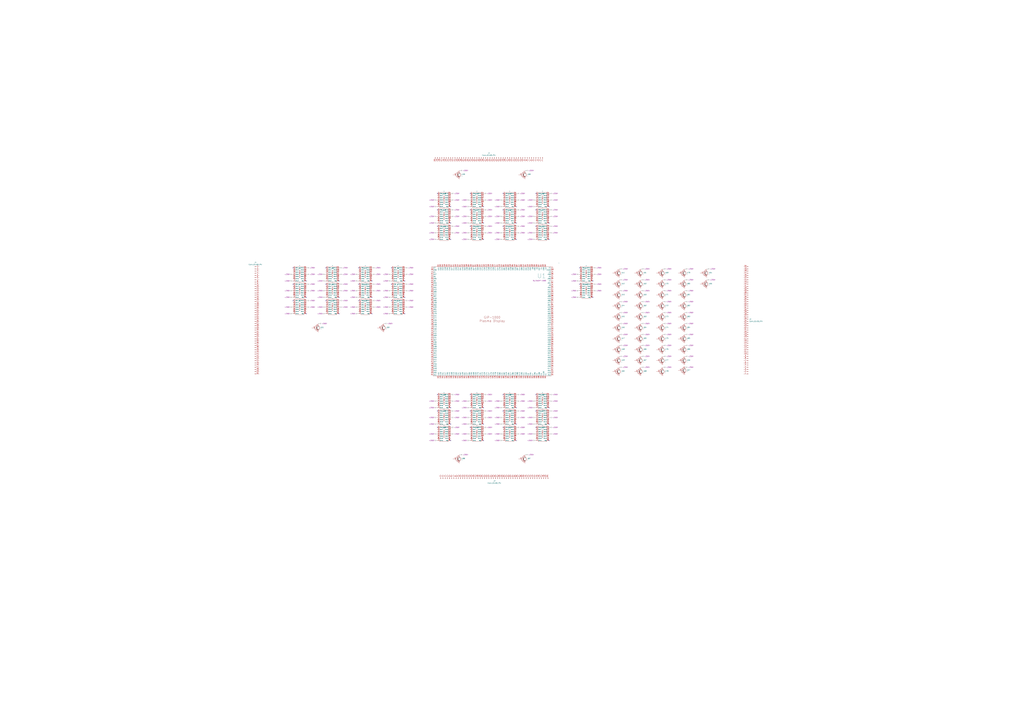
<source format=kicad_sch>
(kicad_sch (version 20231120) (generator "eeschema") (generator_version "8.0")
  (paper "A0")
  (title_block (title "MC6205-1") (company "Astrolate"))
  (no_connect (at 637.54 473.71))
  (no_connect (at 378.46 330.2))
  (no_connect (at 355.6 345.44))
  (no_connect (at 508 224.79))
  (no_connect (at 431.8 326.39))
  (no_connect (at 340.36 349.25))
  (no_connect (at 688.34 326.39))
  (no_connect (at 561.34 492.76))
  (no_connect (at 599.44 473.71))
  (no_connect (at 340.36 330.2))
  (no_connect (at 469.9 345.44))
  (no_connect (at 416.56 311.15))
  (no_connect (at 454.66 349.25))
  (no_connect (at 622.3 262.89))
  (no_connect (at 469.9 326.39))
  (no_connect (at 416.56 349.25))
  (no_connect (at 622.3 496.57))
  (no_connect (at 673.1 311.15))
  (no_connect (at 599.44 278.13))
  (no_connect (at 599.44 240.03))
  (no_connect (at 508 458.47))
  (no_connect (at 584.2 224.79))
  (no_connect (at 546.1 496.57))
  (no_connect (at 508 262.89))
  (no_connect (at 673.1 330.2))
  (no_connect (at 546.1 458.47))
  (no_connect (at 622.3 477.52))
  (no_connect (at 561.34 473.71))
  (no_connect (at 508 477.52))
  (no_connect (at 561.34 240.03))
  (no_connect (at 523.24 511.81))
  (no_connect (at 523.24 240.03))
  (no_connect (at 523.24 492.76))
  (no_connect (at 584.2 262.89))
  (no_connect (at 546.1 224.79))
  (no_connect (at 546.1 477.52))
  (no_connect (at 523.24 259.08))
  (no_connect (at 340.36 311.15))
  (no_connect (at 561.34 511.81))
  (no_connect (at 355.6 364.49))
  (no_connect (at 584.2 477.52))
  (no_connect (at 546.1 243.84))
  (no_connect (at 599.44 259.08))
  (no_connect (at 584.2 458.47))
  (no_connect (at 637.54 278.13))
  (no_connect (at 599.44 511.81))
  (no_connect (at 454.66 330.2))
  (no_connect (at 454.66 311.15))
  (no_connect (at 523.24 278.13))
  (no_connect (at 584.2 496.57))
  (no_connect (at 393.7 345.44))
  (no_connect (at 688.34 345.44))
  (no_connect (at 508 496.57))
  (no_connect (at 431.8 345.44))
  (no_connect (at 508 243.84))
  (no_connect (at 378.46 349.25))
  (no_connect (at 622.3 224.79))
  (no_connect (at 622.3 243.84))
  (no_connect (at 584.2 243.84))
  (no_connect (at 523.24 473.71))
  (no_connect (at 393.7 326.39))
  (no_connect (at 561.34 278.13))
  (no_connect (at 378.46 311.15))
  (no_connect (at 561.34 259.08))
  (no_connect (at 546.1 262.89))
  (no_connect (at 355.6 326.39))
  (no_connect (at 469.9 364.49))
  (no_connect (at 637.54 259.08))
  (no_connect (at 599.44 492.76))
  (no_connect (at 416.56 330.2))
  (no_connect (at 431.8 364.49))
  (no_connect (at 637.54 492.76))
  (no_connect (at 393.7 364.49))
  (no_connect (at 637.54 240.03))
  (no_connect (at 622.3 458.47))
  (no_connect (at 637.54 511.81))
  (netclass_flag "" (length 2.54) (shape round) (at 416.56 326.39 90) (property "Netclass" "+250V" (at 406.4 326.39 0) (effects (font (italic yes)) (justify left))))
  (netclass_flag "" (length 2.54) (shape round) (at 561.34 270.51 270) (property "Netclass" "+250V" (at 571.5 270.51 0) (effects (font (italic yes)) (justify right))))
  (netclass_flag "" (length 2.54) (shape round) (at 637.54 270.51 270) (property "Netclass" "+250V" (at 647.7 270.51 0) (effects (font (italic yes)) (justify right))))
  (netclass_flag "" (length 2.54) (shape round) (at 637.54 477.52 270) (property "Netclass" "+250V" (at 647.7 477.52 0) (effects (font (italic yes)) (justify right))))
  (netclass_flag "" (length 2.54) (shape round) (at 584.2 251.46 90) (property "Netclass" "+250V" (at 574.04 251.46 0) (effects (font (italic yes)) (justify left))))
  (netclass_flag "" (length 2.54) (shape round) (at 508 492.76 90) (property "Netclass" "+250V" (at 497.84 492.76 0) (effects (font (italic yes)) (justify left))))
  (netclass_flag "" (length 2.54) (shape round) (at 393.7 337.82 270) (property "Netclass" "+250V" (at 403.86 337.82 0) (effects (font (italic yes)) (justify right))))
  (netclass_flag "" (length 2.54) (shape round) (at 469.9 330.2 270) (property "Netclass" "+250V" (at 480.06 330.2 0) (effects (font (italic yes)) (justify right))))
  (netclass_flag "" (length 2.54) (shape round) (at 533.4 198.12 270) (property "Netclass" "+250V" (at 543.56 198.12 0) (effects (font (italic yes)) (justify right))))
  (netclass_flag "" (length 2.54) (shape round) (at 584.2 485.14 90) (property "Netclass" "+250V" (at 574.04 485.14 0) (effects (font (italic yes)) (justify left))))
  (netclass_flag "" (length 2.54) (shape round) (at 718.82 375.92 270) (property "Netclass" "+250V" (at 728.98 375.92 0) (effects (font (italic yes)) (justify right))))
  (netclass_flag "" (length 2.54) (shape round) (at 622.3 240.03 90) (property "Netclass" "+250V" (at 612.14 240.03 0) (effects (font (italic yes)) (justify left))))
  (netclass_flag "" (length 2.54) (shape round) (at 622.3 232.41 90) (property "Netclass" "+250V" (at 612.14 232.41 0) (effects (font (italic yes)) (justify left))))
  (netclass_flag "" (length 2.54) (shape round) (at 584.2 278.13 90) (property "Netclass" "+250V" (at 574.04 278.13 0) (effects (font (italic yes)) (justify left))))
  (netclass_flag "" (length 2.54) (shape round) (at 431.8 318.77 270) (property "Netclass" "+250V" (at 441.96 318.77 0) (effects (font (italic yes)) (justify right))))
  (netclass_flag "" (length 2.54) (shape round) (at 523.24 496.57 270) (property "Netclass" "+250V" (at 533.4 496.57 0) (effects (font (italic yes)) (justify right))))
  (netclass_flag "" (length 2.54) (shape round) (at 744.22 350.52 270) (property "Netclass" "+250V" (at 754.38 350.52 0) (effects (font (italic yes)) (justify right))))
  (netclass_flag "" (length 2.54) (shape round) (at 718.82 325.12 270) (property "Netclass" "+250V" (at 728.98 325.12 0) (effects (font (italic yes)) (justify right))))
  (netclass_flag "" (length 2.54) (shape round) (at 795.02 325.12 270) (property "Netclass" "+250V" (at 805.18 325.12 0) (effects (font (italic yes)) (justify right))))
  (netclass_flag "" (length 2.54) (shape round) (at 584.2 473.71 90) (property "Netclass" "+250V" (at 574.04 473.71 0) (effects (font (italic yes)) (justify left))))
  (netclass_flag "" (length 2.54) (shape round) (at 622.3 504.19 90) (property "Netclass" "+250V" (at 612.14 504.19 0) (effects (font (italic yes)) (justify left))))
  (netclass_flag "" (length 2.54) (shape round) (at 508 504.19 90) (property "Netclass" "+250V" (at 497.84 504.19 0) (effects (font (italic yes)) (justify left))))
  (netclass_flag "" (length 2.54) (shape round) (at 622.3 466.09 90) (property "Netclass" "+250V" (at 612.14 466.09 0) (effects (font (italic yes)) (justify left))))
  (netclass_flag "" (length 2.54) (shape round) (at 622.3 270.51 90) (property "Netclass" "+250V" (at 612.14 270.51 0) (effects (font (italic yes)) (justify left))))
  (netclass_flag "" (length 2.54) (shape round) (at 637.54 243.84 270) (property "Netclass" "+250V" (at 647.7 243.84 0) (effects (font (italic yes)) (justify right))))
  (netclass_flag "" (length 2.54) (shape round) (at 393.7 311.15 270) (property "Netclass" "+250V" (at 403.86 311.15 0) (effects (font (italic yes)) (justify right))))
  (netclass_flag "" (length 2.54) (shape round) (at 416.56 364.49 90) (property "Netclass" "+250V" (at 406.4 364.49 0) (effects (font (italic yes)) (justify left))))
  (netclass_flag "" (length 2.54) (shape round) (at 795.02 414.02 270) (property "Netclass" "+250V" (at 805.18 414.02 0) (effects (font (italic yes)) (justify right))))
  (netclass_flag "" (length 2.54) (shape round) (at 508 251.46 90) (property "Netclass" "+250V" (at 497.84 251.46 0) (effects (font (italic yes)) (justify left))))
  (netclass_flag "" (length 2.54) (shape round) (at 744.22 312.42 270) (property "Netclass" "+250V" (at 754.38 312.42 0) (effects (font (italic yes)) (justify right))))
  (netclass_flag "" (length 2.54) (shape round) (at 355.6 349.25 270) (property "Netclass" "+250V" (at 365.76 349.25 0) (effects (font (italic yes)) (justify right))))
  (netclass_flag "" (length 2.54) (shape round) (at 718.82 388.62 270) (property "Netclass" "+250V" (at 728.98 388.62 0) (effects (font (italic yes)) (justify right))))
  (netclass_flag "" (length 2.54) (shape round) (at 769.62 325.12 270) (property "Netclass" "+250V" (at 779.78 325.12 0) (effects (font (italic yes)) (justify right))))
  (netclass_flag "" (length 2.54) (shape round) (at 622.3 473.71 90) (property "Netclass" "+250V" (at 612.14 473.71 0) (effects (font (italic yes)) (justify left))))
  (netclass_flag "" (length 2.54) (shape round) (at 561.34 224.79 270) (property "Netclass" "+250V" (at 571.5 224.79 0) (effects (font (italic yes)) (justify right))))
  (netclass_flag "" (length 2.54) (shape round) (at 769.62 401.32 270) (property "Netclass" "+250V" (at 779.78 401.32 0) (effects (font (italic yes)) (justify right))))
  (netclass_flag "" (length 2.54) (shape round) (at 584.2 511.81 90) (property "Netclass" "+250V" (at 574.04 511.81 0) (effects (font (italic yes)) (justify left))))
  (netclass_flag "" (length 2.54) (shape round) (at 416.56 318.77 90) (property "Netclass" "+250V" (at 406.4 318.77 0) (effects (font (italic yes)) (justify left))))
  (netclass_flag "" (length 2.54) (shape round) (at 622.3 492.76 90) (property "Netclass" "+250V" (at 612.14 492.76 0) (effects (font (italic yes)) (justify left))))
  (netclass_flag "" (length 2.54) (shape round) (at 599.44 243.84 270) (property "Netclass" "+250V" (at 609.6 243.84 0) (effects (font (italic yes)) (justify right))))
  (netclass_flag "" (length 2.54) (shape round) (at 673.1 318.77 90) (property "Netclass" "+250V" (at 662.94 318.77 0) (effects (font (italic yes)) (justify left))))
  (netclass_flag "" (length 2.54) (shape round) (at 744.22 388.62 270) (property "Netclass" "+250V" (at 754.38 388.62 0) (effects (font (italic yes)) (justify right))))
  (netclass_flag "" (length 2.54) (shape round) (at 369.57 375.92 270) (property "Netclass" "+250V" (at 379.73 375.92 0) (effects (font (italic yes)) (justify right))))
  (netclass_flag "" (length 2.54) (shape round) (at 561.34 458.47 270) (property "Netclass" "+250V" (at 571.5 458.47 0) (effects (font (italic yes)) (justify right))))
  (netclass_flag "" (length 2.54) (shape round) (at 718.82 414.02 270) (property "Netclass" "+250V" (at 728.98 414.02 0) (effects (font (italic yes)) (justify right))))
  (netclass_flag "" (length 2.54) (shape round) (at 393.7 349.25 270) (property "Netclass" "+250V" (at 403.86 349.25 0) (effects (font (italic yes)) (justify right))))
  (netclass_flag "" (length 2.54) (shape round) (at 416.56 337.82 90) (property "Netclass" "+250V" (at 406.4 337.82 0) (effects (font (italic yes)) (justify left))))
  (netclass_flag "" (length 2.54) (shape round) (at 340.36 345.44 90) (property "Netclass" "+250V" (at 330.2 345.44 0) (effects (font (italic yes)) (justify left))))
  (netclass_flag "" (length 2.54) (shape round) (at 508 232.41 90) (property "Netclass" "+250V" (at 497.84 232.41 0) (effects (font (italic yes)) (justify left))))
  (netclass_flag "" (length 2.54) (shape round) (at 546.1 232.41 90) (property "Netclass" "+250V" (at 535.94 232.41 0) (effects (font (italic yes)) (justify left))))
  (netclass_flag "" (length 2.54) (shape round) (at 393.7 356.87 270) (property "Netclass" "+250V" (at 403.86 356.87 0) (effects (font (italic yes)) (justify right))))
  (netclass_flag "" (length 2.54) (shape round) (at 622.3 251.46 90) (property "Netclass" "+250V" (at 612.14 251.46 0) (effects (font (italic yes)) (justify left))))
  (netclass_flag "" (length 2.54) (shape round) (at 584.2 492.76 90) (property "Netclass" "+250V" (at 574.04 492.76 0) (effects (font (italic yes)) (justify left))))
  (netclass_flag "" (length 2.54) (shape round) (at 820.42 312.42 270) (property "Netclass" "+250V" (at 830.58 312.42 0) (effects (font (italic yes)) (justify right))))
  (netclass_flag "" (length 2.54) (shape round) (at 622.3 278.13 90) (property "Netclass" "+250V" (at 612.14 278.13 0) (effects (font (italic yes)) (justify left))))
  (netclass_flag "" (length 2.54) (shape round) (at 795.02 312.42 270) (property "Netclass" "+250V" (at 805.18 312.42 0) (effects (font (italic yes)) (justify right))))
  (netclass_flag "" (length 2.54) (shape round) (at 523.24 466.09 270) (property "Netclass" "+250V" (at 533.4 466.09 0) (effects (font (italic yes)) (justify right))))
  (netclass_flag "" (length 2.54) (shape round) (at 718.82 363.22 270) (property "Netclass" "+250V" (at 728.98 363.22 0) (effects (font (italic yes)) (justify right))))
  (netclass_flag "" (length 2.54) (shape round) (at 508 270.51 90) (property "Netclass" "+250V" (at 497.84 270.51 0) (effects (font (italic yes)) (justify left))))
  (netclass_flag "" (length 2.54) (shape round) (at 744.22 337.82 270) (property "Netclass" "+250V" (at 754.38 337.82 0) (effects (font (italic yes)) (justify right))))
  (netclass_flag "" (length 2.54) (shape round) (at 523.24 485.14 270) (property "Netclass" "+250V" (at 533.4 485.14 0) (effects (font (italic yes)) (justify right))))
  (netclass_flag "" (length 2.54) (shape round) (at 584.2 270.51 90) (property "Netclass" "+250V" (at 574.04 270.51 0) (effects (font (italic yes)) (justify left))))
  (netclass_flag "" (length 2.54) (shape round) (at 637.54 224.79 270) (property "Netclass" "+250V" (at 647.7 224.79 0) (effects (font (italic yes)) (justify right))))
  (netclass_flag "" (length 2.54) (shape round) (at 454.66 337.82 90) (property "Netclass" "+250V" (at 444.5 337.82 0) (effects (font (italic yes)) (justify left))))
  (netclass_flag "" (length 2.54) (shape round) (at 378.46 337.82 90) (property "Netclass" "+250V" (at 368.3 337.82 0) (effects (font (italic yes)) (justify left))))
  (netclass_flag "" (length 2.54) (shape round) (at 508 511.81 90) (property "Netclass" "+250V" (at 497.84 511.81 0) (effects (font (italic yes)) (justify left))))
  (netclass_flag "" (length 2.54) (shape round) (at 355.6 356.87 270) (property "Netclass" "+250V" (at 365.76 356.87 0) (effects (font (italic yes)) (justify right))))
  (netclass_flag "" (length 2.54) (shape round) (at 744.22 426.72 270) (property "Netclass" "+250V" (at 754.38 426.72 0) (effects (font (italic yes)) (justify right))))
  (netclass_flag "" (length 2.54) (shape round) (at 546.1 466.09 90) (property "Netclass" "+250V" (at 535.94 466.09 0) (effects (font (italic yes)) (justify left))))
  (netclass_flag "" (length 2.54) (shape round) (at 469.9 311.15 270) (property "Netclass" "+250V" (at 480.06 311.15 0) (effects (font (italic yes)) (justify right))))
  (netclass_flag "" (length 2.54) (shape round) (at 378.46 364.49 90) (property "Netclass" "+250V" (at 368.3 364.49 0) (effects (font (italic yes)) (justify left))))
  (netclass_flag "" (length 2.54) (shape round) (at 454.66 364.49 90) (property "Netclass" "+250V" (at 444.5 364.49 0) (effects (font (italic yes)) (justify left))))
  (netclass_flag "" (length 2.54) (shape round) (at 718.82 401.32 270) (property "Netclass" "+250V" (at 728.98 401.32 0) (effects (font (italic yes)) (justify right))))
  (netclass_flag "" (length 2.54) (shape round) (at 622.3 511.81 90) (property "Netclass" "+250V" (at 612.14 511.81 0) (effects (font (italic yes)) (justify left))))
  (netclass_flag "" (length 2.54) (shape round) (at 795.02 375.92 270) (property "Netclass" "+250V" (at 805.18 375.92 0) (effects (font (italic yes)) (justify right))))
  (netclass_flag "" (length 2.54) (shape round) (at 744.22 363.22 270) (property "Netclass" "+250V" (at 754.38 363.22 0) (effects (font (italic yes)) (justify right))))
  (netclass_flag "" (length 2.54) (shape round) (at 718.82 350.52 270) (property "Netclass" "+250V" (at 728.98 350.52 0) (effects (font (italic yes)) (justify right))))
  (netclass_flag "" (length 2.54) (shape round) (at 599.44 251.46 270) (property "Netclass" "+250V" (at 609.6 251.46 0) (effects (font (italic yes)) (justify right))))
  (netclass_flag "" (length 2.54) (shape round) (at 533.4 528.32 270) (property "Netclass" "+250V" (at 543.56 528.32 0) (effects (font (italic yes)) (justify right))))
  (netclass_flag "" (length 2.54) (shape round) (at 599.44 232.41 270) (property "Netclass" "+250V" (at 609.6 232.41 0) (effects (font (italic yes)) (justify right))))
  (netclass_flag "" (length 2.54) (shape round) (at 769.62 375.92 270) (property "Netclass" "+250V" (at 779.78 375.92 0) (effects (font (italic yes)) (justify right))))
  (netclass_flag "" (length 2.54) (shape round) (at 355.6 337.82 270) (property "Netclass" "+250V" (at 365.76 337.82 0) (effects (font (italic yes)) (justify right))))
  (netclass_flag "" (length 2.54) (shape round) (at 599.44 270.51 270) (property "Netclass" "+250V" (at 609.6 270.51 0) (effects (font (italic yes)) (justify right))))
  (netclass_flag "" (length 2.54) (shape round) (at 378.46 356.87 90) (property "Netclass" "+250V" (at 368.3 356.87 0) (effects (font (italic yes)) (justify left))))
  (netclass_flag "" (length 2.54) (shape round) (at 769.62 363.22 270) (property "Netclass" "+250V" (at 779.78 363.22 0) (effects (font (italic yes)) (justify right))))
  (netclass_flag "" (length 2.54) (shape round) (at 637.54 496.57 270) (property "Netclass" "+250V" (at 647.7 496.57 0) (effects (font (italic yes)) (justify right))))
  (netclass_flag "" (length 2.54) (shape round) (at 469.9 318.77 270) (property "Netclass" "+250V" (at 480.06 318.77 0) (effects (font (italic yes)) (justify right))))
  (netclass_flag "" (length 2.54) (shape round) (at 637.54 232.41 270) (property "Netclass" "+250V" (at 647.7 232.41 0) (effects (font (italic yes)) (justify right))))
  (netclass_flag "" (length 2.54) (shape round) (at 637.54 458.47 270) (property "Netclass" "+250V" (at 647.7 458.47 0) (effects (font (italic yes)) (justify right))))
  (netclass_flag "" (length 2.54) (shape round) (at 523.24 224.79 270) (property "Netclass" "+250V" (at 533.4 224.79 0) (effects (font (italic yes)) (justify right))))
  (netclass_flag "" (length 2.54) (shape round) (at 673.1 337.82 90) (property "Netclass" "+250V" (at 662.94 337.82 0) (effects (font (italic yes)) (justify left))))
  (netclass_flag "" (length 2.54) (shape round) (at 523.24 243.84 270) (property "Netclass" "+250V" (at 533.4 243.84 0) (effects (font (italic yes)) (justify right))))
  (netclass_flag "" (length 2.54) (shape round) (at 673.1 345.44 90) (property "Netclass" "+250V" (at 662.94 345.44 0) (effects (font (italic yes)) (justify left))))
  (netclass_flag "" (length 2.54) (shape round) (at 561.34 477.52 270) (property "Netclass" "+250V" (at 571.5 477.52 0) (effects (font (italic yes)) (justify right))))
  (netclass_flag "" (length 2.54) (shape round) (at 820.42 325.12 270) (property "Netclass" "+250V" (at 830.58 325.12 0) (effects (font (italic yes)) (justify right))))
  (netclass_flag "" (length 2.54) (shape round) (at 523.24 477.52 270) (property "Netclass" "+250V" (at 533.4 477.52 0) (effects (font (italic yes)) (justify right))))
  (netclass_flag "" (length 2.54) (shape round) (at 546.1 473.71 90) (property "Netclass" "+250V" (at 535.94 473.71 0) (effects (font (italic yes)) (justify left))))
  (netclass_flag "" (length 2.54) (shape round) (at 769.62 312.42 270) (property "Netclass" "+250V" (at 779.78 312.42 0) (effects (font (italic yes)) (justify right))))
  (netclass_flag "" (length 2.54) (shape round) (at 795.02 388.62 270) (property "Netclass" "+250V" (at 805.18 388.62 0) (effects (font (italic yes)) (justify right))))
  (netclass_flag "" (length 2.54) (shape round) (at 546.1 251.46 90) (property "Netclass" "+250V" (at 535.94 251.46 0) (effects (font (italic yes)) (justify left))))
  (netclass_flag "" (length 2.54) (shape round) (at 584.2 240.03 90) (property "Netclass" "+250V" (at 574.04 240.03 0) (effects (font (italic yes)) (justify left))))
  (netclass_flag "" (length 2.54) (shape round) (at 599.44 477.52 270) (property "Netclass" "+250V" (at 609.6 477.52 0) (effects (font (italic yes)) (justify right))))
  (netclass_flag "" (length 2.54) (shape round) (at 445.77 375.92 270) (property "Netclass" "+250V" (at 455.93 375.92 0) (effects (font (italic yes)) (justify right))))
  (netclass_flag "" (length 2.54) (shape round) (at 340.36 364.49 90) (property "Netclass" "+250V" (at 330.2 364.49 0) (effects (font (italic yes)) (justify left))))
  (netclass_flag "" (length 2.54) (shape round) (at 454.66 326.39 90) (property "Netclass" "+250V" (at 444.5 326.39 0) (effects (font (italic yes)) (justify left))))
  (netclass_flag "" (length 2.54) (shape round) (at 561.34 504.19 270) (property "Netclass" "+250V" (at 571.5 504.19 0) (effects (font (italic yes)) (justify right))))
  (netclass_flag "" (length 2.54) (shape round) (at 508 473.71 90) (property "Netclass" "+250V" (at 497.84 473.71 0) (effects (font (italic yes)) (justify left))))
  (netclass_flag "" (length 2.54) (shape round) (at 561.34 496.57 270) (property "Netclass" "+250V" (at 571.5 496.57 0) (effects (font (italic yes)) (justify right))))
  (netclass_flag "" (length 2.54) (shape round) (at 609.6 528.32 270) (property "Netclass" "+250V" (at 619.76 528.32 0) (effects (font (italic yes)) (justify right))))
  (netclass_flag "" (length 2.54) (shape round) (at 584.2 466.09 90) (property "Netclass" "+250V" (at 574.04 466.09 0) (effects (font (italic yes)) (justify left))))
  (netclass_flag "" (length 2.54) (shape round) (at 523.24 458.47 270) (property "Netclass" "+250V" (at 533.4 458.47 0) (effects (font (italic yes)) (justify right))))
  (netclass_flag "" (length 2.54) (shape round) (at 546.1 278.13 90) (property "Netclass" "+250V" (at 535.94 278.13 0) (effects (font (italic yes)) (justify left))))
  (netclass_flag "" (length 2.54) (shape round) (at 744.22 375.92 270) (property "Netclass" "+250V" (at 754.38 375.92 0) (effects (font (italic yes)) (justify right))))
  (netclass_flag "" (length 2.54) (shape round) (at 340.36 318.77 90) (property "Netclass" "+250V" (at 330.2 318.77 0) (effects (font (italic yes)) (justify left))))
  (netclass_flag "" (length 2.54) (shape round) (at 718.82 337.82 270) (property "Netclass" "+250V" (at 728.98 337.82 0) (effects (font (italic yes)) (justify right))))
  (netclass_flag "" (length 2.54) (shape round) (at 340.36 337.82 90) (property "Netclass" "+250V" (at 330.2 337.82 0) (effects (font (italic yes)) (justify left))))
  (netclass_flag "" (length 2.54) (shape round) (at 561.34 243.84 270) (property "Netclass" "+250V" (at 571.5 243.84 0) (effects (font (italic yes)) (justify right))))
  (netclass_flag "" (length 2.54) (shape round) (at 609.6 198.12 270) (property "Netclass" "+250V" (at 619.76 198.12 0) (effects (font (italic yes)) (justify right))))
  (netclass_flag "" (length 2.54) (shape round) (at 744.22 401.32 270) (property "Netclass" "+250V" (at 754.38 401.32 0) (effects (font (italic yes)) (justify right))))
  (netclass_flag "" (length 2.54) (shape round) (at 599.44 485.14 270) (property "Netclass" "+250V" (at 609.6 485.14 0) (effects (font (italic yes)) (justify right))))
  (netclass_flag "" (length 2.54) (shape round) (at 355.6 318.77 270) (property "Netclass" "+250V" (at 365.76 318.77 0) (effects (font (italic yes)) (justify right))))
  (netclass_flag "" (length 2.54) (shape round) (at 431.8 311.15 270) (property "Netclass" "+250V" (at 441.96 311.15 0) (effects (font (italic yes)) (justify right))))
  (netclass_flag "" (length 2.54) (shape round) (at 622.3 485.14 90) (property "Netclass" "+250V" (at 612.14 485.14 0) (effects (font (italic yes)) (justify left))))
  (netclass_flag "" (length 2.54) (shape round) (at 469.9 356.87 270) (property "Netclass" "+250V" (at 480.06 356.87 0) (effects (font (italic yes)) (justify right))))
  (netclass_flag "" (length 2.54) (shape round) (at 637.54 466.09 270) (property "Netclass" "+250V" (at 647.7 466.09 0) (effects (font (italic yes)) (justify right))))
  (netclass_flag "" (length 2.54) (shape round) (at 599.44 504.19 270) (property "Netclass" "+250V" (at 609.6 504.19 0) (effects (font (italic yes)) (justify right))))
  (netclass_flag "" (length 2.54) (shape round) (at 523.24 232.41 270) (property "Netclass" "+250V" (at 533.4 232.41 0) (effects (font (italic yes)) (justify right))))
  (netclass_flag "" (length 2.54) (shape round) (at 393.7 318.77 270) (property "Netclass" "+250V" (at 403.86 318.77 0) (effects (font (italic yes)) (justify right))))
  (netclass_flag "" (length 2.54) (shape round) (at 637.54 262.89 270) (property "Netclass" "+250V" (at 647.7 262.89 0) (effects (font (italic yes)) (justify right))))
  (netclass_flag "" (length 2.54) (shape round) (at 688.34 337.82 270) (property "Netclass" "+250V" (at 698.5 337.82 0) (effects (font (italic yes)) (justify right))))
  (netclass_flag "" (length 2.54) (shape round) (at 584.2 259.08 90) (property "Netclass" "+250V" (at 574.04 259.08 0) (effects (font (italic yes)) (justify left))))
  (netclass_flag "" (length 2.54) (shape round) (at 340.36 326.39 90) (property "Netclass" "+250V" (at 330.2 326.39 0) (effects (font (italic yes)) (justify left))))
  (netclass_flag "" (length 2.54) (shape round) (at 546.1 492.76 90) (property "Netclass" "+250V" (at 535.94 492.76 0) (effects (font (italic yes)) (justify left))))
  (netclass_flag "" (length 2.54) (shape round) (at 523.24 262.89 270) (property "Netclass" "+250V" (at 533.4 262.89 0) (effects (font (italic yes)) (justify right))))
  (netclass_flag "" (length 2.54) (shape round) (at 561.34 262.89 270) (property "Netclass" "+250V" (at 571.5 262.89 0) (effects (font (italic yes)) (justify right))))
  (netclass_flag "" (length 2.54) (shape round) (at 378.46 345.44 90) (property "Netclass" "+250V" (at 368.3 345.44 0) (effects (font (italic yes)) (justify left))))
  (netclass_flag "" (length 2.54) (shape round) (at 508 259.08 90) (property "Netclass" "+250V" (at 497.84 259.08 0) (effects (font (italic yes)) (justify left))))
  (netclass_flag "" (length 2.54) (shape round) (at 546.1 240.03 90) (property "Netclass" "+250V" (at 535.94 240.03 0) (effects (font (italic yes)) (justify left))))
  (netclass_flag "" (length 2.54) (shape round) (at 599.44 262.89 270) (property "Netclass" "+250V" (at 609.6 262.89 0) (effects (font (italic yes)) (justify right))))
  (netclass_flag "" (length 2.54) (shape round) (at 718.82 312.42 270) (property "Netclass" "+250V" (at 728.98 312.42 0) (effects (font (italic yes)) (justify right))))
  (netclass_flag "" (length 2.54) (shape round) (at 523.24 504.19 270) (property "Netclass" "+250V" (at 533.4 504.19 0) (effects (font (italic yes)) (justify right))))
  (netclass_flag "" (length 2.54) (shape round) (at 431.8 330.2 270) (property "Netclass" "+250V" (at 441.96 330.2 0) (effects (font (italic yes)) (justify right))))
  (netclass_flag "" (length 2.54) (shape round) (at 355.6 330.2 270) (property "Netclass" "+250V" (at 365.76 330.2 0) (effects (font (italic yes)) (justify right))))
  (netclass_flag "" (length 2.54) (shape round) (at 584.2 232.41 90) (property "Netclass" "+250V" (at 574.04 232.41 0) (effects (font (italic yes)) (justify left))))
  (netclass_flag "" (length 2.54) (shape round) (at 599.44 458.47 270) (property "Netclass" "+250V" (at 609.6 458.47 0) (effects (font (italic yes)) (justify right))))
  (netclass_flag "" (length 2.54) (shape round) (at 378.46 318.77 90) (property "Netclass" "+250V" (at 368.3 318.77 0) (effects (font (italic yes)) (justify left))))
  (netclass_flag "" (length 2.54) (shape round) (at 673.1 326.39 90) (property "Netclass" "+250V" (at 662.94 326.39 0) (effects (font (italic yes)) (justify left))))
  (netclass_flag "" (length 2.54) (shape round) (at 599.44 224.79 270) (property "Netclass" "+250V" (at 609.6 224.79 0) (effects (font (italic yes)) (justify right))))
  (netclass_flag "" (length 2.54) (shape round) (at 769.62 426.72 270) (property "Netclass" "+250V" (at 779.78 426.72 0) (effects (font (italic yes)) (justify right))))
  (netclass_flag "" (length 2.54) (shape round) (at 769.62 414.02 270) (property "Netclass" "+250V" (at 779.78 414.02 0) (effects (font (italic yes)) (justify right))))
  (netclass_flag "" (length 2.54) (shape round) (at 378.46 326.39 90) (property "Netclass" "+250V" (at 368.3 326.39 0) (effects (font (italic yes)) (justify left))))
  (netclass_flag "" (length 2.54) (shape round) (at 744.22 414.02 270) (property "Netclass" "+250V" (at 754.38 414.02 0) (effects (font (italic yes)) (justify right))))
  (netclass_flag "" (length 2.54) (shape round) (at 523.24 251.46 270) (property "Netclass" "+250V" (at 533.4 251.46 0) (effects (font (italic yes)) (justify right))))
  (netclass_flag "" (length 2.54) (shape round) (at 795.02 337.82 270) (property "Netclass" "+250V" (at 805.18 337.82 0) (effects (font (italic yes)) (justify right))))
  (netclass_flag "" (length 2.54) (shape round) (at 355.6 311.15 270) (property "Netclass" "+250V" (at 365.76 311.15 0) (effects (font (italic yes)) (justify right))))
  (netclass_flag "" (length 2.54) (shape round) (at 454.66 356.87 90) (property "Netclass" "+250V" (at 444.5 356.87 0) (effects (font (italic yes)) (justify left))))
  (netclass_flag "" (length 2.54) (shape round) (at 688.34 330.2 270) (property "Netclass" "+250V" (at 698.5 330.2 0) (effects (font (italic yes)) (justify right))))
  (netclass_flag "" (length 2.54) (shape round) (at 393.7 330.2 270) (property "Netclass" "+250V" (at 403.86 330.2 0) (effects (font (italic yes)) (justify right))))
  (netclass_flag "" (length 2.54) (shape round) (at 546.1 270.51 90) (property "Netclass" "+250V" (at 535.94 270.51 0) (effects (font (italic yes)) (justify left))))
  (netclass_flag "" (length 2.54) (shape round) (at 688.34 318.77 270) (property "Netclass" "+250V" (at 698.5 318.77 0) (effects (font (italic yes)) (justify right))))
  (netclass_flag "" (length 2.54) (shape round) (at 637.54 251.46 270) (property "Netclass" "+250V" (at 647.7 251.46 0) (effects (font (italic yes)) (justify right))))
  (netclass_flag "" (length 2.54) (shape round) (at 431.8 356.87 270) (property "Netclass" "+250V" (at 441.96 356.87 0) (effects (font (italic yes)) (justify right))))
  (netclass_flag "" (length 2.54) (shape round) (at 599.44 466.09 270) (property "Netclass" "+250V" (at 609.6 466.09 0) (effects (font (italic yes)) (justify right))))
  (netclass_flag "" (length 2.54) (shape round) (at 469.9 349.25 270) (property "Netclass" "+250V" (at 480.06 349.25 0) (effects (font (italic yes)) (justify right))))
  (netclass_flag "" (length 2.54) (shape round) (at 769.62 350.52 270) (property "Netclass" "+250V" (at 779.78 350.52 0) (effects (font (italic yes)) (justify right))))
  (netclass_flag "" (length 2.54) (shape round) (at 523.24 270.51 270) (property "Netclass" "+250V" (at 533.4 270.51 0) (effects (font (italic yes)) (justify right))))
  (netclass_flag "" (length 2.54) (shape round) (at 416.56 345.44 90) (property "Netclass" "+250V" (at 406.4 345.44 0) (effects (font (italic yes)) (justify left))))
  (netclass_flag "" (length 2.54) (shape round) (at 454.66 345.44 90) (property "Netclass" "+250V" (at 444.5 345.44 0) (effects (font (italic yes)) (justify left))))
  (netclass_flag "" (length 2.54) (shape round) (at 637.54 504.19 270) (property "Netclass" "+250V" (at 647.7 504.19 0) (effects (font (italic yes)) (justify right))))
  (netclass_flag "" (length 2.54) (shape round) (at 769.62 337.82 270) (property "Netclass" "+250V" (at 779.78 337.82 0) (effects (font (italic yes)) (justify right))))
  (netclass_flag "" (length 2.54) (shape round) (at 795.02 350.52 270) (property "Netclass" "+250V" (at 805.18 350.52 0) (effects (font (italic yes)) (justify right))))
  (netclass_flag "" (length 2.54) (shape round) (at 795.02 401.32 270) (property "Netclass" "+250V" (at 805.18 401.32 0) (effects (font (italic yes)) (justify right))))
  (netclass_flag "" (length 2.54) (shape round) (at 508 278.13 90) (property "Netclass" "+250V" (at 497.84 278.13 0) (effects (font (italic yes)) (justify left))))
  (netclass_flag "" (length 2.54) (shape round) (at 561.34 466.09 270) (property "Netclass" "+250V" (at 571.5 466.09 0) (effects (font (italic yes)) (justify right))))
  (netclass_flag "" (length 2.54) (shape round) (at 561.34 251.46 270) (property "Netclass" "+250V" (at 571.5 251.46 0) (effects (font (italic yes)) (justify right))))
  (netclass_flag "" (length 2.54) (shape round) (at 546.1 259.08 90) (property "Netclass" "+250V" (at 535.94 259.08 0) (effects (font (italic yes)) (justify left))))
  (netclass_flag "" (length 2.54) (shape round) (at 795.02 363.22 270) (property "Netclass" "+250V" (at 805.18 363.22 0) (effects (font (italic yes)) (justify right))))
  (netclass_flag "" (length 2.54) (shape round) (at 688.34 311.15 270) (property "Netclass" "+250V" (at 698.5 311.15 0) (effects (font (italic yes)) (justify right))))
  (netclass_flag "" (length 2.54) (shape round) (at 795.02 426.72 270) (property "Netclass" "+250V" (at 805.18 426.72 0) (effects (font (italic yes)) (justify right))))
  (netclass_flag "" (length 2.54) (shape round) (at 508 466.09 90) (property "Netclass" "+250V" (at 497.84 466.09 0) (effects (font (italic yes)) (justify left))))
  (netclass_flag "" (length 2.54) (shape round) (at 561.34 232.41 270) (property "Netclass" "+250V" (at 571.5 232.41 0) (effects (font (italic yes)) (justify right))))
  (netclass_flag "" (length 2.54) (shape round) (at 546.1 511.81 90) (property "Netclass" "+250V" (at 535.94 511.81 0) (effects (font (italic yes)) (justify left))))
  (netclass_flag "" (length 2.54) (shape round) (at 546.1 485.14 90) (property "Netclass" "+250V" (at 535.94 485.14 0) (effects (font (italic yes)) (justify left))))
  (netclass_flag "" (length 2.54) (shape round) (at 718.82 426.72 270) (property "Netclass" "+250V" (at 728.98 426.72 0) (effects (font (italic yes)) (justify right))))
  (netclass_flag "" (length 2.54) (shape round) (at 546.1 504.19 90) (property "Netclass" "+250V" (at 535.94 504.19 0) (effects (font (italic yes)) (justify left))))
  (netclass_flag "" (length 2.54) (shape round) (at 508 485.14 90) (property "Netclass" "+250V" (at 497.84 485.14 0) (effects (font (italic yes)) (justify left))))
  (netclass_flag "" (length 2.54) (shape round) (at 454.66 318.77 90) (property "Netclass" "+250V" (at 444.5 318.77 0) (effects (font (italic yes)) (justify left))))
  (netclass_flag "" (length 2.54) (shape round) (at 416.56 356.87 90) (property "Netclass" "+250V" (at 406.4 356.87 0) (effects (font (italic yes)) (justify left))))
  (netclass_flag "" (length 2.54) (shape round) (at 508 240.03 90) (property "Netclass" "+250V" (at 497.84 240.03 0) (effects (font (italic yes)) (justify left))))
  (netclass_flag "" (length 2.54) (shape round) (at 637.54 485.14 270) (property "Netclass" "+250V" (at 647.7 485.14 0) (effects (font (italic yes)) (justify right))))
  (netclass_flag "" (length 2.54) (shape round) (at 744.22 325.12 270) (property "Netclass" "+250V" (at 754.38 325.12 0) (effects (font (italic yes)) (justify right))))
  (netclass_flag "" (length 2.54) (shape round) (at 599.44 496.57 270) (property "Netclass" "+250V" (at 609.6 496.57 0) (effects (font (italic yes)) (justify right))))
  (netclass_flag "" (length 2.54) (shape round) (at 431.8 337.82 270) (property "Netclass" "+250V" (at 441.96 337.82 0) (effects (font (italic yes)) (justify right))))
  (netclass_flag "" (length 2.54) (shape round) (at 431.8 349.25 270) (property "Netclass" "+250V" (at 441.96 349.25 0) (effects (font (italic yes)) (justify right))))
  (netclass_flag "" (length 2.54) (shape round) (at 769.62 388.62 270) (property "Netclass" "+250V" (at 779.78 388.62 0) (effects (font (italic yes)) (justify right))))
  (netclass_flag "" (length 2.54) (shape round) (at 340.36 356.87 90) (property "Netclass" "+250V" (at 330.2 356.87 0) (effects (font (italic yes)) (justify left))))
  (netclass_flag "" (length 2.54) (shape round) (at 584.2 504.19 90) (property "Netclass" "+250V" (at 574.04 504.19 0) (effects (font (italic yes)) (justify left))))
  (netclass_flag "" (length 2.54) (shape round) (at 561.34 485.14 270) (property "Netclass" "+250V" (at 571.5 485.14 0) (effects (font (italic yes)) (justify right))))
  (netclass_flag "" (length 2.54) (shape round) (at 622.3 259.08 90) (property "Netclass" "+250V" (at 612.14 259.08 0) (effects (font (italic yes)) (justify left))))
  (netclass_flag "" (length 2.54) (shape round) (at 469.9 337.82 270) (property "Netclass" "+250V" (at 480.06 337.82 0) (effects (font (italic yes)) (justify right))))
  (symbol (lib_id "MyLib:K1HT661A-SMBL") (at 424.18 318.77 0) (unit 1)
    (property "Reference" "U11" (at 423.926 311.404 0))
    (property "Value" "~" (at 424.18 308.61 0))
    (property "Footprint" "MyLib:K1HT661A-FTPRNT" (effects (hide yes)))
  )
  (symbol (lib_id "MyLib:BF422") (at 742.95 431.8 0) (unit 1)
    (property "Reference" "U68" (at 746.76 431.1649 0) (effects (justify left)))
    (property "Value" "~" (at 746.76 433.07 0) (effects (justify left)))
    (property "Footprint" "MyLib:BF422-FTPRNT" (effects (hide yes)))
  )
  (symbol (lib_id "MyLib:K1HT661A-SMBL") (at 629.92 485.14 0) (unit 1)
    (property "Reference" "U37" (at 629.666 477.774 0))
    (property "Value" "~" (at 629.92 474.98 0))
    (property "Footprint" "MyLib:K1HT661A-FTPRNT" (effects (hide yes)))
  )
  (symbol (lib_id "MyLib:BF422") (at 768.35 406.4 0) (unit 1)
    (property "Reference" "U76" (at 772.16 405.7649 0) (effects (justify left)))
    (property "Value" "~" (at 772.16 407.67 0) (effects (justify left)))
    (property "Footprint" "MyLib:BF422-FTPRNT" (effects (hide yes)))
  )
  (symbol (lib_id "MyLib:K1HT661A-SMBL") (at 462.28 356.87 0) (unit 1)
    (property "Reference" "U14" (at 462.026 349.504 0))
    (property "Value" "~" (at 462.28 346.71 0))
    (property "Footprint" "MyLib:K1HT661A-FTPRNT" (effects (hide yes)))
  )
  (symbol (lib_id "MyLib:BF422") (at 793.75 368.3 0) (unit 1)
    (property "Reference" "U83" (at 797.56 367.6649 0) (effects (justify left)))
    (property "Value" "~" (at 797.56 369.57 0) (effects (justify left)))
    (property "Footprint" "MyLib:BF422-FTPRNT" (effects (hide yes)))
  )
  (symbol (lib_id "Connector:Conn_01x50_Pin") (at 295.91 370.84 0) (unit 1)
    (property "Reference" "J4" (at 296.545 304.8 0))
    (property "Value" "Conn_01x50_Pin" (at 296.545 307.34 0))
    (property "Footprint" "Connector_FFC-FPC:Molex_54132-5033_1x50-1MP_P0.5mm_Horizontal" (effects (hide yes)))
    (property "Description" "\"Generic connector, single row, 01x50, script generated\"" (effects (hide yes)))
  )
  (symbol (lib_id "MyLib:BF422") (at 444.5 381 0) (unit 1)
    (property "Reference" "U60" (at 448.31 380.3649 0) (effects (justify left)))
    (property "Value" "~" (at 448.31 382.27 0) (effects (justify left)))
    (property "Footprint" "MyLib:BF422-FTPRNT" (effects (hide yes)))
  )
  (symbol (lib_id "MyLib:K1HT661A-SMBL") (at 591.82 485.14 0) (unit 1)
    (property "Reference" "U39" (at 591.566 477.774 0))
    (property "Value" "~" (at 591.82 474.98 0))
    (property "Footprint" "MyLib:K1HT661A-FTPRNT" (effects (hide yes)))
  )
  (symbol (lib_id "MyLib:K1HT661A-SMBL") (at 629.92 466.09 0) (unit 1)
    (property "Reference" "U36" (at 629.666 458.724 0))
    (property "Value" "~" (at 629.92 455.93 0))
    (property "Footprint" "MyLib:K1HT661A-FTPRNT" (effects (hide yes)))
  )
  (symbol (lib_id "MyLib:BF422") (at 717.55 393.7 0) (unit 1)
    (property "Reference" "U47" (at 721.36 393.0649 0) (effects (justify left)))
    (property "Value" "~" (at 721.36 394.97 0) (effects (justify left)))
    (property "Footprint" "MyLib:BF422-FTPRNT" (effects (hide yes)))
  )
  (symbol (lib_id "MyLib:BF422") (at 793.75 355.6 0) (unit 1)
    (property "Reference" "U82" (at 797.56 354.9649 0) (effects (justify left)))
    (property "Value" "~" (at 797.56 356.87 0) (effects (justify left)))
    (property "Footprint" "MyLib:BF422-FTPRNT" (effects (hide yes)))
  )
  (symbol (lib_id "MyLib:BF422") (at 768.35 342.9 0) (unit 1)
    (property "Reference" "U71" (at 772.16 342.2649 0) (effects (justify left)))
    (property "Value" "~" (at 772.16 344.17 0) (effects (justify left)))
    (property "Footprint" "MyLib:BF422-FTPRNT" (effects (hide yes)))
  )
  (symbol (lib_id "MyLib:K1HT661A-SMBL") (at 462.28 318.77 0) (unit 1)
    (property "Reference" "U6" (at 462.026 311.404 0))
    (property "Value" "~" (at 462.28 308.61 0))
    (property "Footprint" "MyLib:K1HT661A-FTPRNT" (effects (hide yes)))
  )
  (symbol (lib_id "MyLib:BF422") (at 768.35 330.2 0) (unit 1)
    (property "Reference" "U70" (at 772.16 329.5649 0) (effects (justify left)))
    (property "Value" "~" (at 772.16 331.47 0) (effects (justify left)))
    (property "Footprint" "MyLib:BF422-FTPRNT" (effects (hide yes)))
  )
  (symbol (lib_id "MyLib:K1HT661A-SMBL") (at 347.98 318.77 0) (unit 1)
    (property "Reference" "U3" (at 347.726 311.404 0))
    (property "Value" "~" (at 347.98 308.61 0))
    (property "Footprint" "MyLib:K1HT661A-FTPRNT" (effects (hide yes)))
  )
  (symbol (lib_id "MyLib:K1HT661A-SMBL") (at 386.08 337.82 0) (unit 1)
    (property "Reference" "U9" (at 385.826 330.454 0))
    (property "Value" "~" (at 386.08 327.66 0))
    (property "Footprint" "MyLib:K1HT661A-FTPRNT" (effects (hide yes)))
  )
  (symbol (lib_id "MyLib:BF422") (at 717.55 419.1 0) (unit 1)
    (property "Reference" "U49" (at 721.36 418.4649 0) (effects (justify left)))
    (property "Value" "~" (at 721.36 420.37 0) (effects (justify left)))
    (property "Footprint" "MyLib:BF422-FTPRNT" (effects (hide yes)))
  )
  (symbol (lib_id "MyLib:K1HT661A-SMBL") (at 629.92 504.19 0) (unit 1)
    (property "Reference" "U32" (at 629.666 496.824 0))
    (property "Value" "~" (at 629.92 494.03 0))
    (property "Footprint" "MyLib:K1HT661A-FTPRNT" (effects (hide yes)))
  )
  (symbol (lib_id "MyLib:BF422") (at 768.35 393.7 0) (unit 1)
    (property "Reference" "U75" (at 772.16 393.0649 0) (effects (justify left)))
    (property "Value" "~" (at 772.16 394.97 0) (effects (justify left)))
    (property "Footprint" "MyLib:BF422-FTPRNT" (effects (hide yes)))
  )
  (symbol (lib_id "MyLib:K1HT661A-SMBL") (at 591.82 232.41 0) (unit 1)
    (property "Reference" "U15" (at 591.566 225.044 0))
    (property "Value" "~" (at 591.82 222.25 0))
    (property "Footprint" "MyLib:K1HT661A-FTPRNT" (effects (hide yes)))
  )
  (symbol (lib_id "MyLib:K1HT661A-SMBL") (at 680.72 337.82 0) (unit 1)
    (property "Reference" "U40" (at 680.466 330.454 0))
    (property "Value" "~" (at 680.72 327.66 0))
    (property "Footprint" "MyLib:K1HT661A-FTPRNT" (effects (hide yes)))
  )
  (symbol (lib_id "MyLib:K1HT661A-SMBL") (at 591.82 504.19 0) (unit 1)
    (property "Reference" "U31" (at 591.566 496.824 0))
    (property "Value" "~" (at 591.82 494.03 0))
    (property "Footprint" "MyLib:K1HT661A-FTPRNT" (effects (hide yes)))
  )
  (symbol (lib_id "74xx:74HC595") (at 375.92 -46.99 0) (unit 1)
    (property "Reference" "U2" (at 378.1141 -64.77 0) (effects (justify left)))
    (property "Value" "74HC595" (at 378.1141 -62.23 0) (effects (justify left)))
    (property "Footprint" "Package_DIP:DIP-16_W7.62mm" (effects (hide yes)))
    (property "Datasheet" "http://www.ti.com/lit/ds/symlink/sn74hc595.pdf" (effects (hide yes)))
    (property "Description" "8-bit serial in/out Shift Register 3-State Outputs" (effects (hide yes)))
  )
  (symbol (lib_id "MyLib:K1HT661A-SMBL") (at 629.92 251.46 0) (unit 1)
    (property "Reference" "U27" (at 629.666 244.094 0))
    (property "Value" "~" (at 629.92 241.3 0))
    (property "Footprint" "MyLib:K1HT661A-FTPRNT" (effects (hide yes)))
  )
  (symbol (lib_id "MyLib:BF422") (at 793.75 430.53 0) (unit 1)
    (property "Reference" "U57" (at 797.56 429.8949 0) (effects (justify left)))
    (property "Value" "~" (at 797.56 431.8 0) (effects (justify left)))
    (property "Footprint" "MyLib:BF422-FTPRNT" (effects (hide yes)))
  )
  (symbol (lib_id "MyLib:K1HT661A-SMBL") (at 515.62 232.41 0) (unit 1)
    (property "Reference" "U18" (at 515.366 225.044 0))
    (property "Value" "~" (at 515.62 222.25 0))
    (property "Footprint" "MyLib:K1HT661A-FTPRNT" (effects (hide yes)))
  )
  (symbol (lib_id "Connector:Conn_01x50_Pin") (at 572.77 556.26 90) (unit 1)
    (property "Reference" "J2" (at 574.04 558.8 90))
    (property "Value" "Conn_01x50_Pin" (at 574.04 561.34 90))
    (property "Footprint" "Connector_FFC-FPC:Molex_54132-5033_1x50-1MP_P0.5mm_Horizontal" (effects (hide yes)))
    (property "Description" "\"Generic connector, single row, 01x50, script generated\"" (effects (hide yes)))
  )
  (symbol (lib_id "MyLib:BF422") (at 717.55 431.8 0) (unit 1)
    (property "Reference" "U50" (at 721.36 431.1649 0) (effects (justify left)))
    (property "Value" "~" (at 721.36 433.07 0) (effects (justify left)))
    (property "Footprint" "MyLib:BF422-FTPRNT" (effects (hide yes)))
  )
  (symbol (lib_id "MyLib:BF422") (at 793.75 419.1 0) (unit 1)
    (property "Reference" "U56" (at 797.56 418.4649 0) (effects (justify left)))
    (property "Value" "~" (at 797.56 420.37 0) (effects (justify left)))
    (property "Footprint" "MyLib:BF422-FTPRNT" (effects (hide yes)))
  )
  (symbol (lib_id "MyLib:BF422") (at 742.95 393.7 0) (unit 1)
    (property "Reference" "U65" (at 746.76 393.0649 0) (effects (justify left)))
    (property "Value" "~" (at 746.76 394.97 0) (effects (justify left)))
    (property "Footprint" "MyLib:BF422-FTPRNT" (effects (hide yes)))
  )
  (symbol (lib_id "MyLib:BF422") (at 717.55 317.5 0) (unit 1)
    (property "Reference" "U41" (at 721.36 316.8649 0) (effects (justify left)))
    (property "Value" "~" (at 721.36 318.77 0) (effects (justify left)))
    (property "Footprint" "MyLib:BF422-FTPRNT" (effects (hide yes)))
  )
  (symbol (lib_id "MyLib:BF422") (at 717.55 406.4 0) (unit 1)
    (property "Reference" "U48" (at 721.36 405.7649 0) (effects (justify left)))
    (property "Value" "~" (at 721.36 407.67 0) (effects (justify left)))
    (property "Footprint" "MyLib:BF422-FTPRNT" (effects (hide yes)))
  )
  (symbol (lib_id "MyLib:K1HT661A-SMBL") (at 347.98 337.82 0) (unit 1)
    (property "Reference" "U4" (at 347.726 330.454 0))
    (property "Value" "~" (at 347.98 327.66 0))
    (property "Footprint" "MyLib:K1HT661A-FTPRNT" (effects (hide yes)))
  )
  (symbol (lib_id "MyLib:BF422") (at 793.75 381 0) (unit 1)
    (property "Reference" "U84" (at 797.56 380.3649 0) (effects (justify left)))
    (property "Value" "~" (at 797.56 382.27 0) (effects (justify left)))
    (property "Footprint" "MyLib:BF422-FTPRNT" (effects (hide yes)))
  )
  (symbol (lib_id "MyLib:BF422") (at 742.95 368.3 0) (unit 1)
    (property "Reference" "U63" (at 746.76 367.6649 0) (effects (justify left)))
    (property "Value" "~" (at 746.76 369.57 0) (effects (justify left)))
    (property "Footprint" "MyLib:BF422-FTPRNT" (effects (hide yes)))
  )
  (symbol (lib_id "MyLib:BF422") (at 819.15 330.2 0) (unit 1)
    (property "Reference" "U55" (at 822.96 329.5649 0) (effects (justify left)))
    (property "Value" "~" (at 822.96 331.47 0) (effects (justify left)))
    (property "Footprint" "MyLib:BF422-FTPRNT" (effects (hide yes)))
  )
  (symbol (lib_id "MyLib:BF422") (at 742.95 342.9 0) (unit 1)
    (property "Reference" "U53" (at 746.76 342.2649 0) (effects (justify left)))
    (property "Value" "~" (at 746.76 344.17 0) (effects (justify left)))
    (property "Footprint" "MyLib:BF422-FTPRNT" (effects (hide yes)))
  )
  (symbol (lib_id "MyLib:BF422") (at 717.55 330.2 0) (unit 1)
    (property "Reference" "U42" (at 721.36 329.5649 0) (effects (justify left)))
    (property "Value" "~" (at 721.36 331.47 0) (effects (justify left)))
    (property "Footprint" "MyLib:BF422-FTPRNT" (effects (hide yes)))
  )
  (symbol (lib_id "MyLib:BF422") (at 742.95 419.1 0) (unit 1)
    (property "Reference" "U67" (at 746.76 418.4649 0) (effects (justify left)))
    (property "Value" "~" (at 746.76 420.37 0) (effects (justify left)))
    (property "Footprint" "MyLib:BF422-FTPRNT" (effects (hide yes)))
  )
  (symbol (lib_id "MyLib:K1HT661A-SMBL") (at 591.82 270.51 0) (unit 1)
    (property "Reference" "U21" (at 591.566 263.144 0))
    (property "Value" "~" (at 591.82 260.35 0))
    (property "Footprint" "MyLib:K1HT661A-FTPRNT" (effects (hide yes)))
  )
  (symbol (lib_id "MyLib:BF422") (at 742.95 381 0) (unit 1)
    (property "Reference" "U64" (at 746.76 380.3649 0) (effects (justify left)))
    (property "Value" "~" (at 746.76 382.27 0) (effects (justify left)))
    (property "Footprint" "MyLib:BF422-FTPRNT" (effects (hide yes)))
  )
  (symbol (lib_id "MyLib:BF422") (at 793.75 330.2 0) (unit 1)
    (property "Reference" "U80" (at 797.56 329.5649 0) (effects (justify left)))
    (property "Value" "~" (at 797.56 331.47 0) (effects (justify left)))
    (property "Footprint" "MyLib:BF422-FTPRNT" (effects (hide yes)))
  )
  (symbol (lib_id "MyLib:K1HT661A-SMBL") (at 424.18 356.87 0) (unit 1)
    (property "Reference" "U13" (at 423.926 349.504 0))
    (property "Value" "~" (at 424.18 346.71 0))
    (property "Footprint" "MyLib:K1HT661A-FTPRNT" (effects (hide yes)))
  )
  (symbol (lib_id "MyLib:BF422") (at 608.33 533.4 0) (unit 1)
    (property "Reference" "U87" (at 612.14 532.7649 0) (effects (justify left)))
    (property "Value" "~" (at 612.14 534.67 0) (effects (justify left)))
    (property "Footprint" "MyLib:BF422-FTPRNT" (effects (hide yes)))
  )
  (symbol (lib_id "MyLib:K1HT661A-SMBL") (at 424.18 337.82 0) (unit 1)
    (property "Reference" "U12" (at 423.926 330.454 0))
    (property "Value" "~" (at 424.18 327.66 0))
    (property "Footprint" "MyLib:K1HT661A-FTPRNT" (effects (hide yes)))
  )
  (symbol (lib_id "MyLib:BF422") (at 717.55 355.6 0) (unit 1)
    (property "Reference" "U44" (at 721.36 354.9649 0) (effects (justify left)))
    (property "Value" "~" (at 721.36 356.87 0) (effects (justify left)))
    (property "Footprint" "MyLib:BF422-FTPRNT" (effects (hide yes)))
  )
  (symbol (lib_id "MyLib:K1HT661A-SMBL") (at 347.98 356.87 0) (unit 1)
    (property "Reference" "U5" (at 347.726 349.504 0))
    (property "Value" "~" (at 347.98 346.71 0))
    (property "Footprint" "MyLib:K1HT661A-FTPRNT" (effects (hide yes)))
  )
  (symbol (lib_id "MyLib:K1HT661A-SMBL") (at 515.62 485.14 0) (unit 1)
    (property "Reference" "U29" (at 515.366 477.774 0))
    (property "Value" "~" (at 515.62 474.98 0))
    (property "Footprint" "MyLib:K1HT661A-FTPRNT" (effects (hide yes)))
  )
  (symbol (lib_id "MyLib:K1HT661A-SMBL") (at 386.08 318.77 0) (unit 1)
    (property "Reference" "U8" (at 385.826 311.404 0))
    (property "Value" "~" (at 386.08 308.61 0))
    (property "Footprint" "MyLib:K1HT661A-FTPRNT" (effects (hide yes)))
  )
  (symbol (lib_id "MyLib:BF422") (at 793.75 342.9 0) (unit 1)
    (property "Reference" "U81" (at 797.56 342.2649 0) (effects (justify left)))
    (property "Value" "~" (at 797.56 344.17 0) (effects (justify left)))
    (property "Footprint" "MyLib:BF422-FTPRNT" (effects (hide yes)))
  )
  (symbol (lib_id "MyLib:K1HT661A-SMBL") (at 591.82 251.46 0) (unit 1)
    (property "Reference" "U16" (at 591.566 244.094 0))
    (property "Value" "~" (at 591.82 241.3 0))
    (property "Footprint" "MyLib:K1HT661A-FTPRNT" (effects (hide yes)))
  )
  (symbol (lib_id "MyLib:GIP-1000") (at 571.5 370.84 0) (unit 1)
    (property "Reference" "U1" (at 628.904 320.548 0) (effects (font (size 5.08 5.08))))
    (property "Value" "~" (at 648.97 305.8159 0))
    (property "Footprint" "MyLib:GIP-1000" (at 626.364 326.136 0))
    (property "Description" "100*100 pixels plasma display" (effects (hide yes)))
  )
  (symbol (lib_id "MyLib:BF422") (at 742.95 317.5 0) (unit 1)
    (property "Reference" "U51" (at 746.76 316.8649 0) (effects (justify left)))
    (property "Value" "~" (at 746.76 318.77 0) (effects (justify left)))
    (property "Footprint" "MyLib:BF422-FTPRNT" (effects (hide yes)))
  )
  (symbol (lib_id "Connector:Conn_01x50_Pin") (at 568.96 182.88 270) (unit 1)
    (property "Reference" "J1" (at 567.69 177.8 90))
    (property "Value" "Conn_01x50_Pin" (at 567.69 180.34 90))
    (property "Footprint" "Connector_FFC-FPC:Molex_54132-5033_1x50-1MP_P0.5mm_Horizontal" (effects (hide yes)))
    (property "Description" "\"Generic connector, single row, 01x50, script generated\"" (effects (hide yes)))
  )
  (symbol (lib_id "MyLib:K1HT661A-SMBL") (at 680.72 318.77 0) (unit 1)
    (property "Reference" "U17" (at 680.466 311.404 0))
    (property "Value" "~" (at 680.72 308.61 0))
    (property "Footprint" "MyLib:K1HT661A-FTPRNT" (effects (hide yes)))
  )
  (symbol (lib_id "MyLib:BF422") (at 717.55 381 0) (unit 1)
    (property "Reference" "U46" (at 721.36 380.3649 0) (effects (justify left)))
    (property "Value" "~" (at 721.36 382.27 0) (effects (justify left)))
    (property "Footprint" "MyLib:BF422-FTPRNT" (effects (hide yes)))
  )
  (symbol (lib_id "MyLib:K1HT661A-SMBL") (at 553.72 504.19 0) (unit 1)
    (property "Reference" "U35" (at 553.466 496.824 0))
    (property "Value" "~" (at 553.72 494.03 0))
    (property "Footprint" "MyLib:K1HT661A-FTPRNT" (effects (hide yes)))
  )
  (symbol (lib_id "MyLib:K1HT661A-SMBL") (at 629.92 232.41 0) (unit 1)
    (property "Reference" "U26" (at 629.666 225.044 0))
    (property "Value" "~" (at 629.92 222.25 0))
    (property "Footprint" "MyLib:K1HT661A-FTPRNT" (effects (hide yes)))
  )
  (symbol (lib_id "MyLib:K1HT661A-SMBL") (at 629.92 270.51 0) (unit 1)
    (property "Reference" "U22" (at 629.666 263.144 0))
    (property "Value" "~" (at 629.92 260.35 0))
    (property "Footprint" "MyLib:K1HT661A-FTPRNT" (effects (hide yes)))
  )
  (symbol (lib_id "MyLib:BF422") (at 793.75 317.5 0) (unit 1)
    (property "Reference" "U79" (at 797.56 316.8649 0) (effects (justify left)))
    (property "Value" "~" (at 797.56 318.77 0) (effects (justify left)))
    (property "Footprint" "MyLib:BF422-FTPRNT" (effects (hide yes)))
  )
  (symbol (lib_id "MyLib:BF422") (at 793.75 406.4 0) (unit 1)
    (property "Reference" "U86" (at 797.56 405.7649 0) (effects (justify left)))
    (property "Value" "~" (at 797.56 407.67 0) (effects (justify left)))
    (property "Footprint" "MyLib:BF422-FTPRNT" (effects (hide yes)))
  )
  (symbol (lib_id "MyLib:BF422") (at 768.35 431.8 0) (unit 1)
    (property "Reference" "U78" (at 772.16 431.1649 0) (effects (justify left)))
    (property "Value" "~" (at 772.16 433.07 0) (effects (justify left)))
    (property "Footprint" "MyLib:BF422-FTPRNT" (effects (hide yes)))
  )
  (symbol (lib_id "MyLib:BF422") (at 768.35 368.3 0) (unit 1)
    (property "Reference" "U73" (at 772.16 367.6649 0) (effects (justify left)))
    (property "Value" "~" (at 772.16 369.57 0) (effects (justify left)))
    (property "Footprint" "MyLib:BF422-FTPRNT" (effects (hide yes)))
  )
  (symbol (lib_id "MyLib:BF422") (at 793.75 393.7 0) (unit 1)
    (property "Reference" "U85" (at 797.56 393.0649 0) (effects (justify left)))
    (property "Value" "~" (at 797.56 394.97 0) (effects (justify left)))
    (property "Footprint" "MyLib:BF422-FTPRNT" (effects (hide yes)))
  )
  (symbol (lib_id "MyLib:BF422") (at 742.95 406.4 0) (unit 1)
    (property "Reference" "U66" (at 746.76 405.7649 0) (effects (justify left)))
    (property "Value" "~" (at 746.76 407.67 0) (effects (justify left)))
    (property "Footprint" "MyLib:BF422-FTPRNT" (effects (hide yes)))
  )
  (symbol (lib_id "MyLib:K1HT661A-SMBL") (at 591.82 466.09 0) (unit 1)
    (property "Reference" "U38" (at 591.566 458.724 0))
    (property "Value" "~" (at 591.82 455.93 0))
    (property "Footprint" "MyLib:K1HT661A-FTPRNT" (effects (hide yes)))
  )
  (symbol (lib_id "MyLib:BF422") (at 768.35 419.1 0) (unit 1)
    (property "Reference" "U77" (at 772.16 418.4649 0) (effects (justify left)))
    (property "Value" "~" (at 772.16 420.37 0) (effects (justify left)))
    (property "Footprint" "MyLib:BF422-FTPRNT" (effects (hide yes)))
  )
  (symbol (lib_id "MyLib:BF422") (at 717.55 342.9 0) (unit 1)
    (property "Reference" "U43" (at 721.36 342.2649 0) (effects (justify left)))
    (property "Value" "~" (at 721.36 344.17 0) (effects (justify left)))
    (property "Footprint" "MyLib:BF422-FTPRNT" (effects (hide yes)))
  )
  (symbol (lib_id "MyLib:K1HT661A-SMBL") (at 553.72 232.41 0) (unit 1)
    (property "Reference" "U23" (at 553.466 225.044 0))
    (property "Value" "~" (at 553.72 222.25 0))
    (property "Footprint" "MyLib:K1HT661A-FTPRNT" (effects (hide yes)))
  )
  (symbol (lib_id "MyLib:BF422") (at 717.55 368.3 0) (unit 1)
    (property "Reference" "U45" (at 721.36 367.6649 0) (effects (justify left)))
    (property "Value" "~" (at 721.36 369.57 0) (effects (justify left)))
    (property "Footprint" "MyLib:BF422-FTPRNT" (effects (hide yes)))
  )
  (symbol (lib_id "MyLib:BF422") (at 768.35 355.6 0) (unit 1)
    (property "Reference" "U72" (at 772.16 354.9649 0) (effects (justify left)))
    (property "Value" "~" (at 772.16 356.87 0) (effects (justify left)))
    (property "Footprint" "MyLib:BF422-FTPRNT" (effects (hide yes)))
  )
  (symbol (lib_id "MyLib:K1HT661A-SMBL") (at 553.72 270.51 0) (unit 1)
    (property "Reference" "U25" (at 553.466 263.144 0))
    (property "Value" "~" (at 553.72 260.35 0))
    (property "Footprint" "MyLib:K1HT661A-FTPRNT" (effects (hide yes)))
  )
  (symbol (lib_id "MyLib:K1HT661A-SMBL") (at 553.72 485.14 0) (unit 1)
    (property "Reference" "U34" (at 553.466 477.774 0))
    (property "Value" "~" (at 553.72 474.98 0))
    (property "Footprint" "MyLib:K1HT661A-FTPRNT" (effects (hide yes)))
  )
  (symbol (lib_id "MyLib:BF422") (at 532.13 203.2 0) (unit 1)
    (property "Reference" "U59" (at 535.94 202.5649 0) (effects (justify left)))
    (property "Value" "~" (at 535.94 204.47 0) (effects (justify left)))
    (property "Footprint" "MyLib:BF422-FTPRNT" (effects (hide yes)))
  )
  (symbol (lib_id "MyLib:BF422") (at 532.13 533.4 0) (unit 1)
    (property "Reference" "U88" (at 535.94 532.7649 0) (effects (justify left)))
    (property "Value" "~" (at 535.94 534.67 0) (effects (justify left)))
    (property "Footprint" "MyLib:BF422-FTPRNT" (effects (hide yes)))
  )
  (symbol (lib_id "Connector:Conn_01x50_Pin") (at 868.68 373.38 180) (unit 1)
    (property "Reference" "J3" (at 869.95 370.8399 0) (effects (justify right)))
    (property "Value" "Conn_01x50_Pin" (at 869.95 373.3799 0) (effects (justify right)))
    (property "Footprint" "Connector_FFC-FPC:Molex_54132-5033_1x50-1MP_P0.5mm_Horizontal" (effects (hide yes)))
    (property "Description" "\"Generic connector, single row, 01x50, script generated\"" (effects (hide yes)))
  )
  (symbol (lib_id "MyLib:BF422") (at 368.3 381 0) (unit 1)
    (property "Reference" "U61" (at 372.11 380.3649 0) (effects (justify left)))
    (property "Value" "~" (at 372.11 382.27 0) (effects (justify left)))
    (property "Footprint" "MyLib:BF422-FTPRNT" (effects (hide yes)))
  )
  (symbol (lib_id "MyLib:K1HT661A-SMBL") (at 515.62 251.46 0) (unit 1)
    (property "Reference" "U19" (at 515.366 244.094 0))
    (property "Value" "~" (at 515.62 241.3 0))
    (property "Footprint" "MyLib:K1HT661A-FTPRNT" (effects (hide yes)))
  )
  (symbol (lib_id "MyLib:K1HT661A-SMBL") (at 462.28 337.82 0) (unit 1)
    (property "Reference" "U7" (at 462.026 330.454 0))
    (property "Value" "~" (at 462.28 327.66 0))
    (property "Footprint" "MyLib:K1HT661A-FTPRNT" (effects (hide yes)))
  )
  (symbol (lib_id "MyLib:BF422") (at 608.33 203.2 0) (unit 1)
    (property "Reference" "U58" (at 612.14 202.5649 0) (effects (justify left)))
    (property "Value" "~" (at 612.14 204.47 0) (effects (justify left)))
    (property "Footprint" "MyLib:BF422-FTPRNT" (effects (hide yes)))
  )
  (symbol (lib_id "MyLib:BF422") (at 768.35 381 0) (unit 1)
    (property "Reference" "U74" (at 772.16 380.3649 0) (effects (justify left)))
    (property "Value" "~" (at 772.16 382.27 0) (effects (justify left)))
    (property "Footprint" "MyLib:BF422-FTPRNT" (effects (hide yes)))
  )
  (symbol (lib_id "MyLib:K1HT661A-SMBL") (at 553.72 466.09 0) (unit 1)
    (property "Reference" "U33" (at 553.466 458.724 0))
    (property "Value" "~" (at 553.72 455.93 0))
    (property "Footprint" "MyLib:K1HT661A-FTPRNT" (effects (hide yes)))
  )
  (symbol (lib_id "MyLib:BF422") (at 819.15 317.5 0) (unit 1)
    (property "Reference" "U54" (at 822.96 316.8649 0) (effects (justify left)))
    (property "Value" "~" (at 822.96 318.77 0) (effects (justify left)))
    (property "Footprint" "MyLib:BF422-FTPRNT" (effects (hide yes)))
  )
  (symbol (lib_id "MyLib:K1HT661A-SMBL") (at 386.08 356.87 0) (unit 1)
    (property "Reference" "U10" (at 385.826 349.504 0))
    (property "Value" "~" (at 386.08 346.71 0))
    (property "Footprint" "MyLib:K1HT661A-FTPRNT" (effects (hide yes)))
  )
  (symbol (lib_id "MyLib:K1HT661A-SMBL") (at 515.62 270.51 0) (unit 1)
    (property "Reference" "U20" (at 515.366 263.144 0))
    (property "Value" "~" (at 515.62 260.35 0))
    (property "Footprint" "MyLib:K1HT661A-FTPRNT" (effects (hide yes)))
  )
  (symbol (lib_id "MyLib:K1HT661A-SMBL") (at 515.62 466.09 0) (unit 1)
    (property "Reference" "U28" (at 515.366 458.724 0))
    (property "Value" "~" (at 515.62 455.93 0))
    (property "Footprint" "MyLib:K1HT661A-FTPRNT" (effects (hide yes)))
  )
  (symbol (lib_id "MyLib:K1HT661A-SMBL") (at 515.62 504.19 0) (unit 1)
    (property "Reference" "U30" (at 515.366 496.824 0))
    (property "Value" "~" (at 515.62 494.03 0))
    (property "Footprint" "MyLib:K1HT661A-FTPRNT" (effects (hide yes)))
  )
  (symbol (lib_id "MyLib:BF422") (at 768.35 317.5 0) (unit 1)
    (property "Reference" "U69" (at 772.16 316.8649 0) (effects (justify left)))
    (property "Value" "~" (at 772.16 318.77 0) (effects (justify left)))
    (property "Footprint" "MyLib:BF422-FTPRNT" (effects (hide yes)))
  )
  (symbol (lib_id "MyLib:BF422") (at 742.95 355.6 0) (unit 1)
    (property "Reference" "U62" (at 746.76 354.9649 0) (effects (justify left)))
    (property "Value" "~" (at 746.76 356.87 0) (effects (justify left)))
    (property "Footprint" "MyLib:BF422-FTPRNT" (effects (hide yes)))
  )
  (symbol (lib_id "MyLib:BF422") (at 742.95 330.2 0) (unit 1)
    (property "Reference" "U52" (at 746.76 329.5649 0) (effects (justify left)))
    (property "Value" "~" (at 746.76 331.47 0) (effects (justify left)))
    (property "Footprint" "MyLib:BF422-FTPRNT" (effects (hide yes)))
  )
  (symbol (lib_id "MyLib:K1HT661A-SMBL") (at 553.72 251.46 0) (unit 1)
    (property "Reference" "U24" (at 553.466 244.094 0))
    (property "Value" "~" (at 553.72 241.3 0))
    (property "Footprint" "MyLib:K1HT661A-FTPRNT" (effects (hide yes)))
  )
)
</source>
